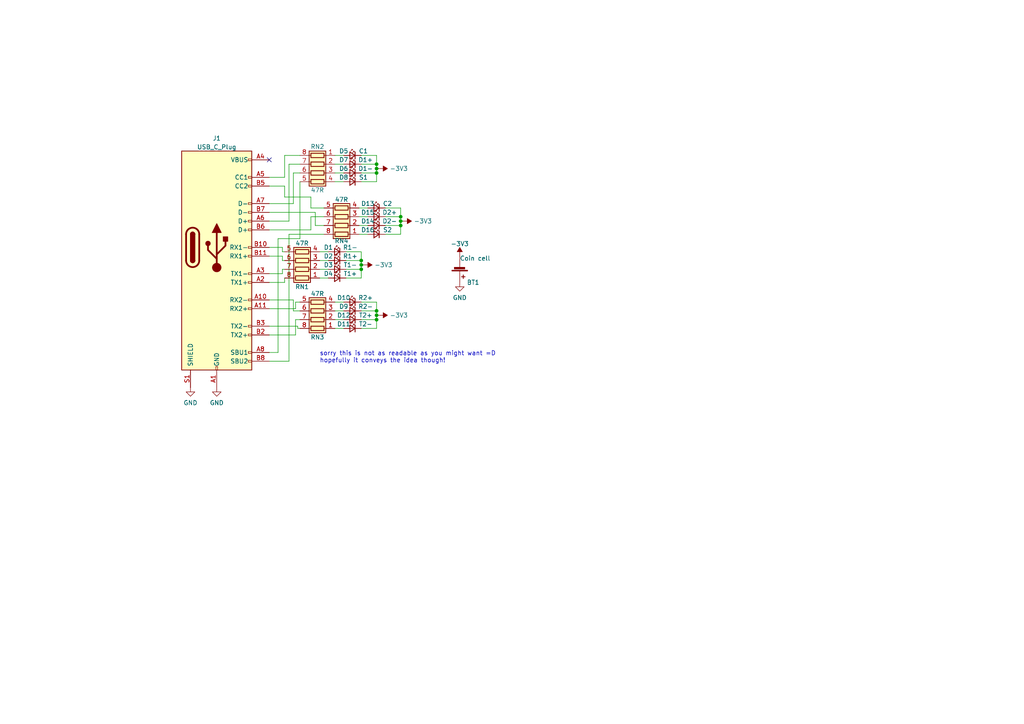
<source format=kicad_sch>
(kicad_sch (version 20230121) (generator eeschema)
  (paper "A4")
  (lib_symbols
    (symbol "Connector:USB_C_Receptacle" (pin_names (offset 1.016))
      (property "Reference" "J" (at -10.16 29.21 0))
      (property "Value" "USB_C_Receptacle" (at 10.16 29.21 0))
      (symbol "USB_C_Receptacle_0_0"
        (rectangle (start -0.254 -35.56) (end 0.254 -34.544))
        (rectangle (start 10.16 -32.766) (end 9.144 -33.274))
        (rectangle (start 10.16 -30.226) (end 9.144 -30.734))
        (rectangle (start 10.16 -25.146) (end 9.144 -25.654))
        (rectangle (start 10.16 -22.606) (end 9.144 -23.114))
        (rectangle (start 10.16 -17.526) (end 9.144 -18.034))
        (rectangle (start 10.16 -14.986) (end 9.144 -15.494))
        (rectangle (start 10.16 -9.906) (end 9.144 -10.414))
        (rectangle (start 10.16 -7.366) (end 9.144 -7.874))
        (rectangle (start 10.16 -2.286) (end 9.144 -2.794))
        (rectangle (start 10.16 0.254) (end 9.144 -0.254))
        (rectangle (start 10.16 5.334) (end 9.144 4.826))
        (rectangle (start 10.16 7.874) (end 9.144 7.366))
        (rectangle (start 10.16 10.414) (end 9.144 9.906))
        (rectangle (start 10.16 12.954) (end 9.144 12.446))
        (rectangle (start 10.16 18.034) (end 9.144 17.526))
        (rectangle (start 10.16 20.574) (end 9.144 20.066))
        (rectangle (start 10.16 25.654) (end 9.144 25.146))
      )
      (symbol "USB_C_Receptacle_0_1"
        (rectangle (start -10.16 27.94) (end 10.16 -35.56) (stroke (width 0.254)) (fill (type background)))
        (arc (start -8.89 -3.81) (mid -6.985 -5.7067) (end -5.08 -3.81) (stroke (width 0.508)))
        (arc (start -7.62 -3.81) (mid -6.985 -4.4423) (end -6.35 -3.81) (stroke (width 0.254)))
        (arc (start -7.62 -3.81) (mid -6.985 -4.4423) (end -6.35 -3.81) (stroke (width 0.254)) (fill (type outline)))
        (rectangle (start -7.62 -3.81) (end -6.35 3.81) (stroke (width 0.254)) (fill (type outline)))
        (arc (start -6.35 3.81) (mid -6.985 4.4423) (end -7.62 3.81) (stroke (width 0.254)))
        (arc (start -6.35 3.81) (mid -6.985 4.4423) (end -7.62 3.81) (stroke (width 0.254)) (fill (type outline)))
        (arc (start -5.08 3.81) (mid -6.985 5.7067) (end -8.89 3.81) (stroke (width 0.508)))
        (polyline (pts (xy -8.89 -3.81) (xy -8.89 3.81)) (stroke (width 0.508)))
        (polyline (pts (xy -5.08 3.81) (xy -5.08 -3.81)) (stroke (width 0.508)))
      )
      (symbol "USB_C_Receptacle_1_1"
        (circle (center -2.54 1.143) (radius 0.635) (stroke (width 0.254)) (fill (type outline)))
        (circle (center 0 -5.842) (radius 1.27) (fill (type outline)))
        (polyline (pts (xy 0 -5.842) (xy 0 4.318)) (stroke (width 0.508)))
        (polyline (pts (xy 0 -3.302) (xy -2.54 -0.762) (xy -2.54 0.508)) (stroke (width 0.508)))
        (polyline (pts (xy 0 -2.032) (xy 2.54 0.508) (xy 2.54 1.778)) (stroke (width 0.508)))
        (polyline (pts (xy -1.27 4.318) (xy 0 6.858) (xy 1.27 4.318) (xy -1.27 4.318)) (stroke (width 0.254)) (fill (type outline)))
        (rectangle (start 1.905 1.778) (end 3.175 3.048) (stroke (width 0.254)) (fill (type outline)))
        (pin passive line (at 0 -40.64 90) (length 5.08) (name "GND") (number "A1"))
        (pin bidirectional line (at 15.24 -15.24 180) (length 5.08) (name "RX2-") (number "A10"))
        (pin bidirectional line (at 15.24 -17.78 180) (length 5.08) (name "RX2+") (number "A11"))
        (pin passive line (at 0 -40.64 90) (length 5.08) hide (name "GND") (number "A12"))
        (pin bidirectional line (at 15.24 -10.16 180) (length 5.08) (name "TX1+") (number "A2"))
        (pin bidirectional line (at 15.24 -7.62 180) (length 5.08) (name "TX1-") (number "A3"))
        (pin passive line (at 15.24 25.4 180) (length 5.08) (name "VBUS") (number "A4"))
        (pin bidirectional line (at 15.24 20.32 180) (length 5.08) (name "CC1") (number "A5"))
        (pin bidirectional line (at 15.24 7.62 180) (length 5.08) (name "D+") (number "A6"))
        (pin bidirectional line (at 15.24 12.7 180) (length 5.08) (name "D-") (number "A7"))
        (pin bidirectional line (at 15.24 -30.48 180) (length 5.08) (name "SBU1") (number "A8"))
        (pin passive line (at 15.24 25.4 180) (length 5.08) hide (name "VBUS") (number "A9"))
        (pin passive line (at 0 -40.64 90) (length 5.08) hide (name "GND") (number "B1"))
        (pin bidirectional line (at 15.24 0 180) (length 5.08) (name "RX1-") (number "B10"))
        (pin bidirectional line (at 15.24 -2.54 180) (length 5.08) (name "RX1+") (number "B11"))
        (pin passive line (at 0 -40.64 90) (length 5.08) hide (name "GND") (number "B12"))
        (pin bidirectional line (at 15.24 -25.4 180) (length 5.08) (name "TX2+") (number "B2"))
        (pin bidirectional line (at 15.24 -22.86 180) (length 5.08) (name "TX2-") (number "B3"))
        (pin passive line (at 15.24 25.4 180) (length 5.08) hide (name "VBUS") (number "B4"))
        (pin bidirectional line (at 15.24 17.78 180) (length 5.08) (name "CC2") (number "B5"))
        (pin bidirectional line (at 15.24 5.08 180) (length 5.08) (name "D+") (number "B6"))
        (pin bidirectional line (at 15.24 10.16 180) (length 5.08) (name "D-") (number "B7"))
        (pin bidirectional line (at 15.24 -33.02 180) (length 5.08) (name "SBU2") (number "B8"))
        (pin passive line (at 15.24 25.4 180) (length 5.08) hide (name "VBUS") (number "B9"))
        (pin passive line (at -7.62 -40.64 90) (length 5.08) (name "SHIELD") (number "S1"))
      )
    )
    (symbol "Device:Battery_Cell" (pin_numbers hide) (pin_names (offset 0) hide)
      (property "Reference" "BT" (at 2.54 2.54 0))
      (property "Value" "Battery_Cell" (at 2.54 0 0))
      (symbol "Battery_Cell_0_1"
        (rectangle (start -2.286 1.778) (end 2.286 1.524) (fill (type outline)))
        (rectangle (start -1.5748 1.1938) (end 1.4732 0.6858) (fill (type outline)))
        (polyline (pts (xy 0 0.762) (xy 0 0)))
        (polyline (pts (xy 0 1.778) (xy 0 2.54)))
        (polyline (pts (xy 0.508 3.429) (xy 1.524 3.429)) (stroke (width 0.254)))
        (polyline (pts (xy 1.016 3.937) (xy 1.016 2.921)) (stroke (width 0.254)))
      )
      (symbol "Battery_Cell_1_1"
        (pin passive line (at 0 5.08 270) (length 2.54) (name "+") (number "1"))
        (pin passive line (at 0 -2.54 90) (length 2.54) (name "-") (number "2"))
      )
    )
    (symbol "Device:LED_Small" (pin_numbers hide) (pin_names (offset 0.254) hide)
      (property "Reference" "D" (at -1.27 3.175 0))
      (property "Value" "LED_Small" (at -4.445 -2.54 0))
      (symbol "LED_Small_0_1"
        (polyline (pts (xy -0.762 -1.016) (xy -0.762 1.016)) (stroke (width 0.254)))
        (polyline (pts (xy 1.016 0) (xy -0.762 0)))
        (polyline (pts (xy 0.762 -1.016) (xy -0.762 0) (xy 0.762 1.016) (xy 0.762 -1.016)) (stroke (width 0.254)))
        (polyline (pts (xy 0 0.762) (xy -0.508 1.27) (xy -0.254 1.27) (xy -0.508 1.27) (xy -0.508 1.016)))
        (polyline (pts (xy 0.508 1.27) (xy 0 1.778) (xy 0.254 1.778) (xy 0 1.778) (xy 0 1.524)))
      )
      (symbol "LED_Small_1_1"
        (pin passive line (at -2.54 0 0) (length 1.778) (name "K") (number "1"))
        (pin passive line (at 2.54 0 180) (length 1.778) (name "A") (number "2"))
      )
    )
    (symbol "Device:R_Pack04" (pin_names (offset 0) hide)
      (property "Reference" "RN" (at -7.62 0 90))
      (property "Value" "R_Pack04" (at 5.08 0 90))
      (symbol "R_Pack04_0_1"
        (rectangle (start -6.35 -2.413) (end 3.81 2.413) (stroke (width 0.254)) (fill (type background)))
        (rectangle (start -5.715 1.905) (end -4.445 -1.905) (stroke (width 0.254)))
        (rectangle (start -3.175 1.905) (end -1.905 -1.905) (stroke (width 0.254)))
        (rectangle (start -0.635 1.905) (end 0.635 -1.905) (stroke (width 0.254)))
        (polyline (pts (xy -5.08 -2.54) (xy -5.08 -1.905)))
        (polyline (pts (xy -5.08 1.905) (xy -5.08 2.54)))
        (polyline (pts (xy -2.54 -2.54) (xy -2.54 -1.905)))
        (polyline (pts (xy -2.54 1.905) (xy -2.54 2.54)))
        (polyline (pts (xy 0 -2.54) (xy 0 -1.905)))
        (polyline (pts (xy 0 1.905) (xy 0 2.54)))
        (polyline (pts (xy 2.54 -2.54) (xy 2.54 -1.905)))
        (polyline (pts (xy 2.54 1.905) (xy 2.54 2.54)))
        (rectangle (start 1.905 1.905) (end 3.175 -1.905) (stroke (width 0.254)))
      )
      (symbol "R_Pack04_1_1"
        (pin passive line (at -5.08 -5.08 90) (length 2.54) (name "R1.1") (number "1"))
        (pin passive line (at -2.54 -5.08 90) (length 2.54) (name "R2.1") (number "2"))
        (pin passive line (at 0 -5.08 90) (length 2.54) (name "R3.1") (number "3"))
        (pin passive line (at 2.54 -5.08 90) (length 2.54) (name "R4.1") (number "4"))
        (pin passive line (at 2.54 5.08 270) (length 2.54) (name "R4.2") (number "5"))
        (pin passive line (at 0 5.08 270) (length 2.54) (name "R3.2") (number "6"))
        (pin passive line (at -2.54 5.08 270) (length 2.54) (name "R2.2") (number "7"))
        (pin passive line (at -5.08 5.08 270) (length 2.54) (name "R1.2") (number "8"))
      )
    )
    (symbol "power:-3V3" (power) (pin_names (offset 0))
      (property "Value" "-3V3" (at 0 3.81 0))
      (symbol "-3V3_0_0"
        (pin power_in line (at 0 0 90) (length 0) hide (name "-3V3") (number "1"))
      )
      (symbol "-3V3_0_1"
        (polyline (pts (xy 0 0) (xy 0 1.27) (xy 0.762 1.27) (xy 0 2.54) (xy -0.762 1.27) (xy 0 1.27)) (fill (type outline)))
      )
    )
    (symbol "power:GND" (power) (pin_names (offset 0))
      (property "Value" "GND" (at 0 -3.81 0))
      (symbol "GND_0_1"
        (polyline (pts (xy 0 0) (xy 0 -1.27) (xy 1.27 -1.27) (xy 0 -2.54) (xy -1.27 -1.27) (xy 0 -1.27)))
      )
      (symbol "GND_1_1"
        (pin power_in line (at 0 0 270) (length 0) hide (name "GND") (number "1"))
      )
    )
  )
  (junction (at 104.775 78.105))
  (junction (at 109.22 92.71))
  (junction (at 116.205 65.405))
  (junction (at 116.205 62.865))
  (junction (at 104.775 75.565))
  (junction (at 109.22 91.44))
  (junction (at 109.22 47.625))
  (junction (at 109.22 50.165))
  (junction (at 109.22 48.895))
  (junction (at 116.205 64.135))
  (junction (at 104.775 76.835))
  (junction (at 109.22 90.17))
  (no_connect (at 78.105 46.355))
  (wire (pts (xy 82.55 81.915) (xy 82.55 80.645)))
  (wire (pts (xy 85.09 86.995) (xy 78.105 86.995)))
  (wire (pts (xy 78.105 66.675) (xy 90.17 66.675)))
  (wire (pts (xy 97.155 87.63) (xy 99.695 87.63)))
  (wire (pts (xy 90.17 62.865) (xy 93.98 62.865)))
  (wire (pts (xy 109.22 87.63) (xy 109.22 90.17)))
  (wire (pts (xy 80.645 69.215) (xy 86.995 69.215)))
  (wire (pts (xy 104.775 76.835) (xy 105.41 76.835)))
  (wire (pts (xy 109.22 48.895) (xy 109.855 48.895)))
  (wire (pts (xy 86.995 45.085) (xy 82.55 45.085)))
  (wire (pts (xy 109.22 90.17) (xy 109.22 91.44)))
  (wire (pts (xy 81.915 73.025) (xy 82.55 73.025)))
  (wire (pts (xy 104.775 73.025) (xy 104.775 75.565)))
  (wire (pts (xy 85.09 50.165) (xy 86.995 50.165)))
  (wire (pts (xy 90.17 66.675) (xy 90.17 62.865)))
  (wire (pts (xy 78.105 81.915) (xy 82.55 81.915)))
  (wire (pts (xy 82.55 57.15) (xy 90.17 57.15)))
  (wire (pts (xy 82.55 53.975) (xy 82.55 57.15)))
  (wire (pts (xy 85.09 90.17) (xy 85.09 86.995)))
  (wire (pts (xy 90.17 57.15) (xy 90.17 60.325)))
  (wire (pts (xy 85.725 92.71) (xy 85.725 97.155)))
  (wire (pts (xy 91.44 61.595) (xy 91.44 65.405)))
  (wire (pts (xy 104.14 65.405) (xy 106.68 65.405)))
  (wire (pts (xy 109.22 95.25) (xy 109.22 92.71)))
  (wire (pts (xy 85.09 59.055) (xy 85.09 50.165)))
  (wire (pts (xy 116.205 64.135) (xy 116.84 64.135)))
  (wire (pts (xy 86.36 95.25) (xy 86.995 95.25)))
  (wire (pts (xy 116.205 60.325) (xy 116.205 62.865)))
  (wire (pts (xy 111.76 60.325) (xy 116.205 60.325)))
  (wire (pts (xy 78.105 89.535) (xy 85.725 89.535)))
  (wire (pts (xy 78.105 102.235) (xy 80.645 102.235)))
  (wire (pts (xy 111.76 65.405) (xy 116.205 65.405)))
  (wire (pts (xy 104.775 45.085) (xy 109.22 45.085)))
  (wire (pts (xy 104.775 78.105) (xy 104.775 76.835)))
  (wire (pts (xy 80.645 102.235) (xy 80.645 69.215)))
  (wire (pts (xy 82.55 75.565) (xy 81.915 75.565)))
  (wire (pts (xy 97.155 52.705) (xy 99.695 52.705)))
  (wire (pts (xy 83.82 104.775) (xy 83.82 67.945)))
  (wire (pts (xy 111.76 62.865) (xy 116.205 62.865)))
  (wire (pts (xy 97.155 47.625) (xy 99.695 47.625)))
  (wire (pts (xy 85.725 87.63) (xy 86.995 87.63)))
  (wire (pts (xy 109.22 45.085) (xy 109.22 47.625)))
  (wire (pts (xy 97.155 50.165) (xy 99.695 50.165)))
  (wire (pts (xy 78.105 94.615) (xy 86.36 94.615)))
  (wire (pts (xy 92.71 73.025) (xy 95.25 73.025)))
  (wire (pts (xy 92.71 80.645) (xy 95.25 80.645)))
  (wire (pts (xy 81.915 79.375) (xy 81.915 78.105)))
  (wire (pts (xy 109.22 91.44) (xy 109.855 91.44)))
  (wire (pts (xy 78.105 74.295) (xy 81.915 74.295)))
  (wire (pts (xy 100.33 80.645) (xy 104.775 80.645)))
  (wire (pts (xy 109.22 48.895) (xy 109.22 50.165)))
  (wire (pts (xy 91.44 65.405) (xy 93.98 65.405)))
  (wire (pts (xy 78.105 97.155) (xy 85.725 97.155)))
  (wire (pts (xy 104.775 80.645) (xy 104.775 78.105)))
  (wire (pts (xy 83.82 64.135) (xy 78.105 64.135)))
  (wire (pts (xy 104.775 47.625) (xy 109.22 47.625)))
  (wire (pts (xy 92.71 75.565) (xy 95.25 75.565)))
  (wire (pts (xy 104.775 95.25) (xy 109.22 95.25)))
  (wire (pts (xy 104.775 75.565) (xy 104.775 76.835)))
  (wire (pts (xy 85.725 89.535) (xy 85.725 87.63)))
  (wire (pts (xy 78.105 61.595) (xy 91.44 61.595)))
  (wire (pts (xy 85.725 92.71) (xy 86.995 92.71)))
  (wire (pts (xy 116.205 64.135) (xy 116.205 65.405)))
  (wire (pts (xy 81.915 71.755) (xy 81.915 73.025)))
  (wire (pts (xy 86.995 47.625) (xy 83.82 47.625)))
  (wire (pts (xy 81.915 74.295) (xy 81.915 75.565)))
  (wire (pts (xy 86.36 94.615) (xy 86.36 95.25)))
  (wire (pts (xy 82.55 51.435) (xy 78.105 51.435)))
  (wire (pts (xy 104.775 50.165) (xy 109.22 50.165)))
  (wire (pts (xy 104.775 90.17) (xy 109.22 90.17)))
  (wire (pts (xy 83.82 47.625) (xy 83.82 64.135)))
  (wire (pts (xy 86.995 52.705) (xy 86.995 69.215)))
  (wire (pts (xy 97.155 90.17) (xy 99.695 90.17)))
  (wire (pts (xy 97.155 45.085) (xy 99.695 45.085)))
  (wire (pts (xy 78.105 59.055) (xy 85.09 59.055)))
  (wire (pts (xy 104.14 67.945) (xy 106.68 67.945)))
  (wire (pts (xy 111.76 67.945) (xy 116.205 67.945)))
  (wire (pts (xy 116.205 65.405) (xy 116.205 67.945)))
  (wire (pts (xy 100.33 75.565) (xy 104.775 75.565)))
  (wire (pts (xy 92.71 78.105) (xy 95.25 78.105)))
  (wire (pts (xy 109.22 50.165) (xy 109.22 52.705)))
  (wire (pts (xy 109.22 92.71) (xy 109.22 91.44)))
  (wire (pts (xy 97.155 95.25) (xy 99.695 95.25)))
  (wire (pts (xy 83.82 67.945) (xy 93.98 67.945)))
  (wire (pts (xy 81.915 78.105) (xy 82.55 78.105)))
  (wire (pts (xy 100.33 78.105) (xy 104.775 78.105)))
  (wire (pts (xy 109.22 47.625) (xy 109.22 48.895)))
  (wire (pts (xy 78.105 104.775) (xy 83.82 104.775)))
  (wire (pts (xy 104.14 60.325) (xy 106.68 60.325)))
  (wire (pts (xy 90.17 60.325) (xy 93.98 60.325)))
  (wire (pts (xy 104.775 87.63) (xy 109.22 87.63)))
  (wire (pts (xy 86.995 90.17) (xy 85.09 90.17)))
  (wire (pts (xy 78.105 71.755) (xy 81.915 71.755)))
  (wire (pts (xy 104.14 62.865) (xy 106.68 62.865)))
  (wire (pts (xy 104.775 92.71) (xy 109.22 92.71)))
  (wire (pts (xy 82.55 45.085) (xy 82.55 51.435)))
  (wire (pts (xy 78.105 53.975) (xy 82.55 53.975)))
  (wire (pts (xy 97.155 92.71) (xy 99.695 92.71)))
  (wire (pts (xy 100.33 73.025) (xy 104.775 73.025)))
  (wire (pts (xy 116.205 62.865) (xy 116.205 64.135)))
  (wire (pts (xy 78.105 79.375) (xy 81.915 79.375)))
  (wire (pts (xy 104.775 52.705) (xy 109.22 52.705)))
  (text "sorry this is not as readable as you might want =D\nhopefully it conveys the idea though!" (at 92.71 105.41 0) (effects (font (size 1.27 1.27)) (justify left bottom)))
  (symbol (lib_id "Device:LED_Small") (at 109.22 62.865 0) (mirror y) (unit 1)
    (property "Reference" "D15" (at 106.68 61.595 0))
    (property "Value" "D2+" (at 113.03 61.595 0))
    (property "Footprint" "LED_SMD:LED_0603_1608Metric" (effects hide))
  )
  (symbol (lib_id "Device:LED_Small") (at 102.235 45.085 0) (mirror y) (unit 1)
    (property "Reference" "D5" (at 99.695 43.815 0))
    (property "Value" "C1" (at 105.41 43.815 0))
    (property "Footprint" "LED_SMD:LED_0603_1608Metric" (effects hide))
  )
  (symbol (lib_id "Device:R_Pack04") (at 92.075 50.165 90) (mirror x) (unit 1)
    (property "Reference" "RN2" (at 92.075 42.545 90))
    (property "Value" "47R" (at 92.075 55.1379 90))
    (property "Footprint" "Resistor_SMD:R_Array_Concave_4x0603" (effects hide))
  )
  (symbol (lib_id "Device:LED_Small") (at 97.79 73.025 0) (mirror y) (unit 1)
    (property "Reference" "D1" (at 95.25 71.755 0))
    (property "Value" "R1-" (at 101.6 71.755 0))
    (property "Footprint" "LED_SMD:LED_0603_1608Metric" (effects hide))
  )
  (symbol (lib_id "power:-3V3") (at 105.41 76.835 270) (unit 1)
    (property "Reference" "#PWR0104" (effects hide))
    (property "Value" "-3V3" (at 108.585 76.835 90) (effects (justify left)))
  )
  (symbol (lib_id "Device:R_Pack04") (at 99.06 62.865 90) (unit 1)
    (property "Reference" "RN4" (at 99.06 69.85 90))
    (property "Value" "47R" (at 99.06 57.8921 90))
    (property "Footprint" "Resistor_SMD:R_Array_Concave_4x0603" (effects hide))
  )
  (symbol (lib_id "Device:LED_Small") (at 109.22 60.325 0) (mirror y) (unit 1)
    (property "Reference" "D13" (at 106.68 59.055 0))
    (property "Value" "C2" (at 112.395 59.055 0))
    (property "Footprint" "LED_SMD:LED_0603_1608Metric" (effects hide))
  )
  (symbol (lib_id "Device:LED_Small") (at 102.235 87.63 0) (mirror y) (unit 1)
    (property "Reference" "D10" (at 99.695 86.36 0))
    (property "Value" "R2+" (at 106.045 86.36 0))
    (property "Footprint" "LED_SMD:LED_0603_1608Metric" (effects hide))
  )
  (symbol (lib_id "power:GND") (at 133.35 81.915 0) (unit 1)
    (property "Reference" "#PWR0102" (effects hide))
    (property "Value" "GND" (at 133.35 86.3584 0))
  )
  (symbol (lib_id "Device:LED_Small") (at 97.79 78.105 0) (mirror y) (unit 1)
    (property "Reference" "D3" (at 95.25 76.835 0))
    (property "Value" "T1-" (at 101.6 76.835 0))
    (property "Footprint" "LED_SMD:LED_0603_1608Metric" (effects hide))
  )
  (symbol (lib_id "power:-3V3") (at 133.35 74.295 0) (unit 1)
    (property "Reference" "#PWR0103" (effects hide))
    (property "Value" "-3V3" (at 133.35 70.7192 0))
  )
  (symbol (lib_id "Connector:USB_C_Receptacle") (at 62.865 71.755 0) (unit 1)
    (property "Reference" "J1" (at 62.865 40.1152 0))
    (property "Value" "USB_C_Plug" (at 62.865 42.6521 0))
    (property "Footprint" "usbc_debug_finder:USB_C_Plug_Molex_105444" (effects hide))
    (property "Datasheet" "https://www.usb.org/sites/default/files/documents/usb_type-c.zip" (effects hide))
  )
  (symbol (lib_id "power:-3V3") (at 109.855 91.44 270) (unit 1)
    (property "Reference" "#PWR0101" (effects hide))
    (property "Value" "-3V3" (at 113.03 91.44 90) (effects (justify left)))
  )
  (symbol (lib_id "power:-3V3") (at 116.84 64.135 270) (unit 1)
    (property "Reference" "#PWR0106" (effects hide))
    (property "Value" "-3V3" (at 120.015 64.135 90) (effects (justify left)))
  )
  (symbol (lib_id "Device:R_Pack04") (at 92.075 90.17 90) (unit 1)
    (property "Reference" "RN3" (at 92.075 97.79 90))
    (property "Value" "47R" (at 92.075 85.1971 90))
    (property "Footprint" "Resistor_SMD:R_Array_Concave_4x0603" (effects hide))
  )
  (symbol (lib_id "Device:LED_Small") (at 102.235 92.71 0) (mirror y) (unit 1)
    (property "Reference" "D12" (at 99.695 91.44 0))
    (property "Value" "T2+" (at 106.045 91.44 0))
    (property "Footprint" "LED_SMD:LED_0603_1608Metric" (effects hide))
  )
  (symbol (lib_id "Device:LED_Small") (at 97.79 75.565 0) (mirror y) (unit 1)
    (property "Reference" "D2" (at 95.25 74.295 0))
    (property "Value" "R1+" (at 101.6 74.295 0))
    (property "Footprint" "LED_SMD:LED_0603_1608Metric" (effects hide))
  )
  (symbol (lib_id "Device:Battery_Cell") (at 133.35 76.835 0) (mirror x) (unit 1)
    (property "Reference" "BT1" (at 139.065 81.915 0) (effects (justify right)))
    (property "Value" "Coin cell" (at 142.24 74.93 0) (effects (justify right)))
    (property "Footprint" "usbc_debug_finder:BAT-TH_BS-05-A1BJ001" (effects hide))
  )
  (symbol (lib_id "Device:LED_Small") (at 97.79 80.645 0) (mirror y) (unit 1)
    (property "Reference" "D4" (at 95.25 79.375 0))
    (property "Value" "T1+" (at 101.6 79.375 0))
    (property "Footprint" "LED_SMD:LED_0603_1608Metric" (effects hide))
  )
  (symbol (lib_id "Device:LED_Small") (at 102.235 90.17 0) (mirror y) (unit 1)
    (property "Reference" "D9" (at 99.695 88.9 0))
    (property "Value" "R2-" (at 106.045 88.9 0))
    (property "Footprint" "LED_SMD:LED_0603_1608Metric" (effects hide))
  )
  (symbol (lib_id "Device:LED_Small") (at 102.235 47.625 0) (mirror y) (unit 1)
    (property "Reference" "D7" (at 99.695 46.355 0))
    (property "Value" "D1+" (at 106.045 46.355 0))
    (property "Footprint" "LED_SMD:LED_0603_1608Metric" (effects hide))
  )
  (symbol (lib_id "power:GND") (at 55.245 112.395 0) (unit 1)
    (property "Reference" "#PWR0108" (effects hide))
    (property "Value" "GND" (at 55.245 116.8384 0))
  )
  (symbol (lib_id "Device:R_Pack04") (at 87.63 75.565 90) (unit 1)
    (property "Reference" "RN1" (at 87.63 83.185 90))
    (property "Value" "47R" (at 87.63 70.5921 90))
    (property "Footprint" "Resistor_SMD:R_Array_Concave_4x0603" (effects hide))
  )
  (symbol (lib_id "power:-3V3") (at 109.855 48.895 270) (unit 1)
    (property "Reference" "#PWR0105" (effects hide))
    (property "Value" "-3V3" (at 113.03 48.895 90) (effects (justify left)))
  )
  (symbol (lib_id "Device:LED_Small") (at 109.22 67.945 0) (mirror y) (unit 1)
    (property "Reference" "D16" (at 106.68 66.675 0))
    (property "Value" "S2" (at 112.395 66.675 0))
    (property "Footprint" "LED_SMD:LED_0603_1608Metric" (effects hide))
  )
  (symbol (lib_id "Device:LED_Small") (at 102.235 95.25 0) (mirror y) (unit 1)
    (property "Reference" "D11" (at 99.695 93.98 0))
    (property "Value" "T2-" (at 106.045 93.98 0))
    (property "Footprint" "LED_SMD:LED_0603_1608Metric" (effects hide))
  )
  (symbol (lib_id "Device:LED_Small") (at 102.235 52.705 0) (mirror y) (unit 1)
    (property "Reference" "D8" (at 99.695 51.435 0))
    (property "Value" "S1" (at 105.41 51.435 0))
    (property "Footprint" "LED_SMD:LED_0603_1608Metric" (effects hide))
  )
  (symbol (lib_id "Device:LED_Small") (at 102.235 50.165 0) (mirror y) (unit 1)
    (property "Reference" "D6" (at 99.695 48.895 0))
    (property "Value" "D1-" (at 106.045 48.895 0))
    (property "Footprint" "LED_SMD:LED_0603_1608Metric" (effects hide))
  )
  (symbol (lib_id "Device:LED_Small") (at 109.22 65.405 0) (mirror y) (unit 1)
    (property "Reference" "D14" (at 106.68 64.135 0))
    (property "Value" "D2-" (at 113.03 64.135 0))
    (property "Footprint" "LED_SMD:LED_0603_1608Metric" (effects hide))
  )
  (symbol (lib_id "power:GND") (at 62.865 112.395 0) (unit 1)
    (property "Reference" "#PWR0107" (effects hide))
    (property "Value" "GND" (at 62.865 116.8384 0))
  )
)
</source>
